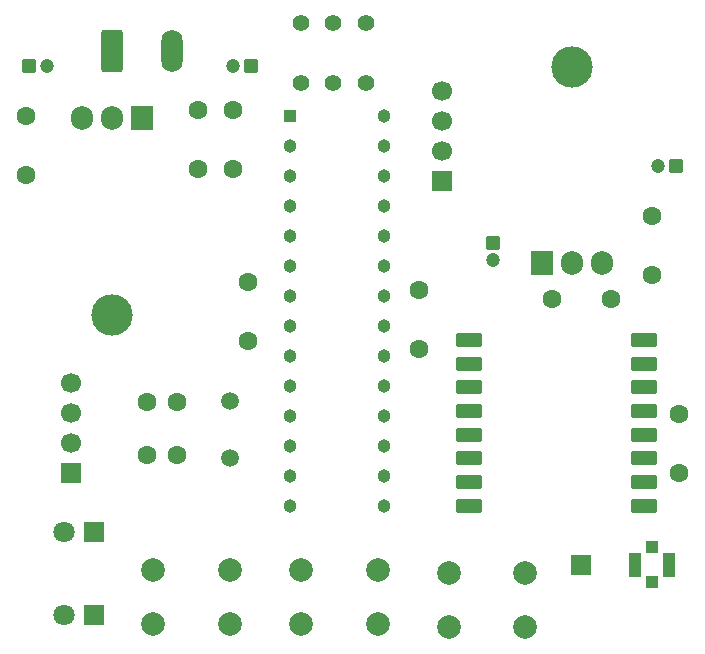
<source format=gts>
%TF.GenerationSoftware,KiCad,Pcbnew,9.0.5-9.0.5~ubuntu24.04.1*%
%TF.CreationDate,2025-11-05T16:31:42+03:00*%
%TF.ProjectId,Lora-Based pump control circuit,4c6f7261-2d42-4617-9365-642070756d70,1.0*%
%TF.SameCoordinates,Original*%
%TF.FileFunction,Soldermask,Top*%
%TF.FilePolarity,Negative*%
%FSLAX46Y46*%
G04 Gerber Fmt 4.6, Leading zero omitted, Abs format (unit mm)*
G04 Created by KiCad (PCBNEW 9.0.5-9.0.5~ubuntu24.04.1) date 2025-11-05 16:31:42*
%MOMM*%
%LPD*%
G01*
G04 APERTURE LIST*
G04 Aperture macros list*
%AMRoundRect*
0 Rectangle with rounded corners*
0 $1 Rounding radius*
0 $2 $3 $4 $5 $6 $7 $8 $9 X,Y pos of 4 corners*
0 Add a 4 corners polygon primitive as box body*
4,1,4,$2,$3,$4,$5,$6,$7,$8,$9,$2,$3,0*
0 Add four circle primitives for the rounded corners*
1,1,$1+$1,$2,$3*
1,1,$1+$1,$4,$5*
1,1,$1+$1,$6,$7*
1,1,$1+$1,$8,$9*
0 Add four rect primitives between the rounded corners*
20,1,$1+$1,$2,$3,$4,$5,0*
20,1,$1+$1,$4,$5,$6,$7,0*
20,1,$1+$1,$6,$7,$8,$9,0*
20,1,$1+$1,$8,$9,$2,$3,0*%
G04 Aperture macros list end*
%ADD10C,1.600000*%
%ADD11RoundRect,0.250000X0.350000X0.350000X-0.350000X0.350000X-0.350000X-0.350000X0.350000X-0.350000X0*%
%ADD12C,1.200000*%
%ADD13C,2.000000*%
%ADD14C,1.400000*%
%ADD15R,1.700000X1.700000*%
%ADD16C,1.700000*%
%ADD17RoundRect,0.250000X-0.650000X-1.550000X0.650000X-1.550000X0.650000X1.550000X-0.650000X1.550000X0*%
%ADD18O,1.800000X3.600000*%
%ADD19RoundRect,0.102000X-0.975000X-0.525000X0.975000X-0.525000X0.975000X0.525000X-0.975000X0.525000X0*%
%ADD20C,1.500000*%
%ADD21C,3.500000*%
%ADD22R,1.905000X2.000000*%
%ADD23O,1.905000X2.000000*%
%ADD24RoundRect,0.250000X-0.350000X-0.350000X0.350000X-0.350000X0.350000X0.350000X-0.350000X0.350000X0*%
%ADD25R,1.800000X1.800000*%
%ADD26C,1.800000*%
%ADD27R,1.000000X1.000000*%
%ADD28R,1.050000X2.000000*%
%ADD29RoundRect,0.250000X-0.350000X0.350000X-0.350000X-0.350000X0.350000X-0.350000X0.350000X0.350000X0*%
%ADD30R,1.133000X1.133000*%
%ADD31C,1.133000*%
G04 APERTURE END LIST*
D10*
%TO.C,C2*%
X127000000Y-101250000D03*
X124500000Y-101250000D03*
%TD*%
%TO.C,C12*%
X167250000Y-81000000D03*
X167250000Y-86000000D03*
%TD*%
D11*
%TO.C,C10*%
X133250000Y-68250000D03*
D12*
X131750000Y-68250000D03*
%TD*%
D13*
%TO.C,SW3*%
X137500000Y-111000000D03*
X144000000Y-111000000D03*
X137500000Y-115500000D03*
X144000000Y-115500000D03*
%TD*%
D10*
%TO.C,C3*%
X133000000Y-86570000D03*
X133000000Y-91570000D03*
%TD*%
D14*
%TO.C,R2*%
X140250000Y-69750000D03*
X140250000Y-64670000D03*
%TD*%
D10*
%TO.C,C1*%
X127000000Y-96750000D03*
X124500000Y-96750000D03*
%TD*%
D15*
%TO.C,J1*%
X118000000Y-102750000D03*
D16*
X118000000Y-100210000D03*
X118000000Y-97670000D03*
X118000000Y-95130000D03*
%TD*%
D14*
%TO.C,R1*%
X137500000Y-64670000D03*
X137500000Y-69750000D03*
%TD*%
%TO.C,R3*%
X143000000Y-69750000D03*
X143000000Y-64670000D03*
%TD*%
D10*
%TO.C,C6*%
X131750000Y-77000000D03*
X131750000Y-72000000D03*
%TD*%
D15*
%TO.C,J3*%
X149450000Y-78050000D03*
D16*
X149450000Y-75510000D03*
X149450000Y-72970000D03*
X149450000Y-70430000D03*
%TD*%
D17*
%TO.C,J2*%
X121500000Y-67000000D03*
D18*
X126580000Y-67000000D03*
%TD*%
D13*
%TO.C,SW2*%
X150000000Y-111250000D03*
X156500000Y-111250000D03*
X150000000Y-115750000D03*
X156500000Y-115750000D03*
%TD*%
D19*
%TO.C,U1*%
X151750000Y-91500000D03*
X151750000Y-93500000D03*
X151750000Y-95500000D03*
X151750000Y-97500000D03*
X151750000Y-99500000D03*
X151750000Y-101500000D03*
X151750000Y-103500000D03*
X151750000Y-105500000D03*
X166550000Y-105500000D03*
X166550000Y-103500000D03*
X166550000Y-101500000D03*
X166550000Y-99500000D03*
X166550000Y-97500000D03*
X166550000Y-95500000D03*
X166550000Y-93500000D03*
X166550000Y-91500000D03*
%TD*%
D20*
%TO.C,Y1*%
X131500000Y-101500000D03*
X131500000Y-96620000D03*
%TD*%
D21*
%TO.C,U3*%
X121500000Y-89360000D03*
D22*
X124040000Y-72700000D03*
D23*
X121500000Y-72700000D03*
X118960000Y-72700000D03*
%TD*%
D24*
%TO.C,C11*%
X114500000Y-68250000D03*
D12*
X116000000Y-68250000D03*
%TD*%
D25*
%TO.C,D2*%
X120000000Y-114750000D03*
D26*
X117460000Y-114750000D03*
%TD*%
D15*
%TO.C,J5*%
X161250000Y-110500000D03*
%TD*%
D10*
%TO.C,C13*%
X158750000Y-88000000D03*
X163750000Y-88000000D03*
%TD*%
D27*
%TO.C,J4*%
X167225000Y-109000000D03*
D28*
X165750000Y-110500000D03*
D27*
X167225000Y-112000000D03*
D28*
X168700000Y-110500000D03*
%TD*%
D21*
%TO.C,U2*%
X160460000Y-68340000D03*
D22*
X157920000Y-85000000D03*
D23*
X160460000Y-85000000D03*
X163000000Y-85000000D03*
%TD*%
D25*
%TO.C,D1*%
X120000000Y-107750000D03*
D26*
X117460000Y-107750000D03*
%TD*%
D10*
%TO.C,C9*%
X128750000Y-77000000D03*
X128750000Y-72000000D03*
%TD*%
%TO.C,C5*%
X114250000Y-77500000D03*
X114250000Y-72500000D03*
%TD*%
D11*
%TO.C,C7*%
X169250000Y-76750000D03*
D12*
X167750000Y-76750000D03*
%TD*%
D13*
%TO.C,SW1*%
X125000000Y-111000000D03*
X131500000Y-111000000D03*
X125000000Y-115500000D03*
X131500000Y-115500000D03*
%TD*%
D29*
%TO.C,C8*%
X153750000Y-83250000D03*
D12*
X153750000Y-84750000D03*
%TD*%
D30*
%TO.C,IC1*%
X136562000Y-72560000D03*
D31*
X136562000Y-75100000D03*
X136562000Y-77640000D03*
X136562000Y-80180000D03*
X136562000Y-82720000D03*
X136562000Y-85260000D03*
X136562000Y-87800000D03*
X136562000Y-90340000D03*
X136562000Y-92880000D03*
X136562000Y-95420000D03*
X136562000Y-97960000D03*
X136562000Y-100500000D03*
X136562000Y-103040000D03*
X136562000Y-105580000D03*
X144500000Y-105580000D03*
X144500000Y-103040000D03*
X144500000Y-100500000D03*
X144500000Y-97960000D03*
X144500000Y-95420000D03*
X144500000Y-92880000D03*
X144500000Y-90340000D03*
X144500000Y-87800000D03*
X144500000Y-85260000D03*
X144500000Y-82720000D03*
X144500000Y-80180000D03*
X144500000Y-77640000D03*
X144500000Y-75100000D03*
X144500000Y-72560000D03*
%TD*%
D10*
%TO.C,C14*%
X169550000Y-102750000D03*
X169550000Y-97750000D03*
%TD*%
%TO.C,C4*%
X147500000Y-92250000D03*
X147500000Y-87250000D03*
%TD*%
M02*

</source>
